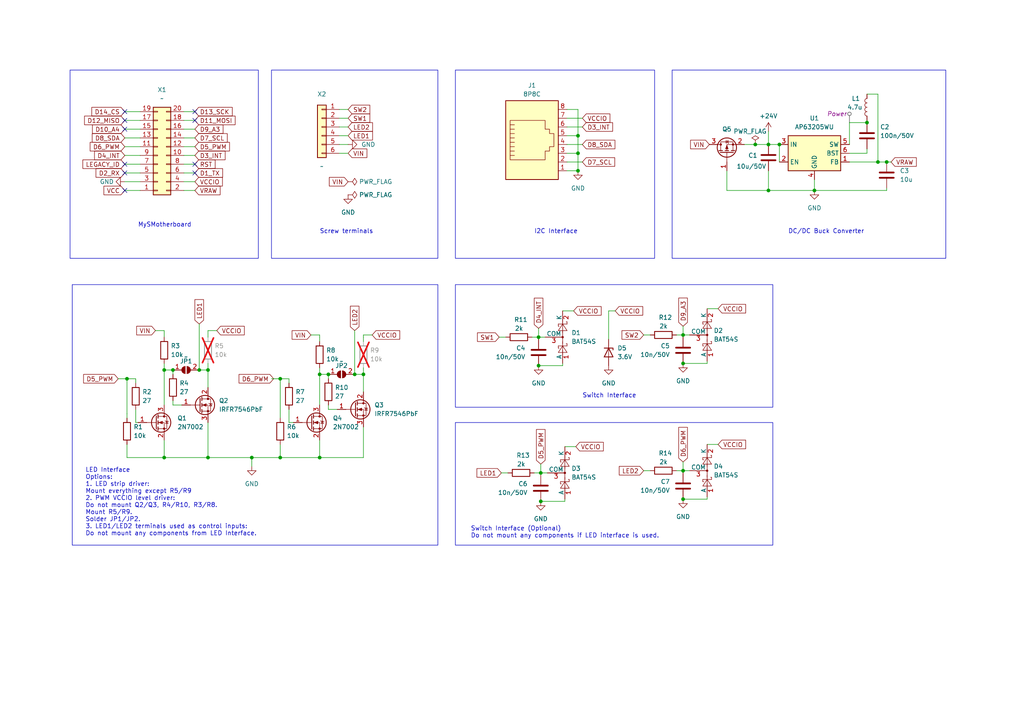
<source format=kicad_sch>
(kicad_sch (version 20230121) (generator eeschema)
  (paper "A4")
  (title_block (title "MySXActuator") (date "2024-09-18") (rev "2.4") (company "Marek Czerski"))
  (lib_symbols
    (symbol "Connector:8P8C" (pin_names (offset 1.016))
      (property "Reference" "J" (at -5.08 13.97 0))
      (property "Value" "8P8C" (at 2.54 13.97 0))
      (symbol "8P8C_0_1"
        (polyline (pts (xy -5.08 4.445) (xy -6.35 4.445)))
        (polyline (pts (xy -5.08 5.715) (xy -6.35 5.715)))
        (polyline (pts (xy -6.35 -3.175) (xy -5.08 -3.175) (xy -5.08 -3.175)))
        (polyline (pts (xy -6.35 -1.905) (xy -5.08 -1.905) (xy -5.08 -1.905)))
        (polyline (pts (xy -6.35 -0.635) (xy -5.08 -0.635) (xy -5.08 -0.635)))
        (polyline (pts (xy -6.35 0.635) (xy -5.08 0.635) (xy -5.08 0.635)))
        (polyline (pts (xy -6.35 1.905) (xy -5.08 1.905) (xy -5.08 1.905)))
        (polyline (pts (xy -5.08 3.175) (xy -6.35 3.175) (xy -6.35 3.175)))
        (polyline (pts (xy -6.35 -4.445) (xy -6.35 6.985) (xy 3.81 6.985) (xy 3.81 4.445) (xy 5.08 4.445) (xy 5.08 3.175) (xy 6.35 3.175) (xy 6.35 -0.635) (xy 5.08 -0.635) (xy 5.08 -1.905) (xy 3.81 -1.905) (xy 3.81 -4.445) (xy -6.35 -4.445) (xy -6.35 -4.445)))
        (rectangle (start 7.62 12.7) (end -7.62 -10.16) (stroke (width 0.254)) (fill (type background)))
      )
      (symbol "8P8C_1_1"
        (pin passive line (at 10.16 -7.62 180) (length 2.54) (name "~") (number "1"))
        (pin passive line (at 10.16 -5.08 180) (length 2.54) (name "~") (number "2"))
        (pin passive line (at 10.16 -2.54 180) (length 2.54) (name "~") (number "3"))
        (pin passive line (at 10.16 0 180) (length 2.54) (name "~") (number "4"))
        (pin passive line (at 10.16 2.54 180) (length 2.54) (name "~") (number "5"))
        (pin passive line (at 10.16 5.08 180) (length 2.54) (name "~") (number "6"))
        (pin passive line (at 10.16 7.62 180) (length 2.54) (name "~") (number "7"))
        (pin passive line (at 10.16 10.16 180) (length 2.54) (name "~") (number "8"))
      )
    )
    (symbol "Connector_Generic:Conn_01x06" (pin_names (offset 1.016) hide)
      (property "Reference" "J" (at 0 7.62 0))
      (property "Value" "Conn_01x06" (at 0 -10.16 0))
      (symbol "Conn_01x06_1_1"
        (rectangle (start -1.27 -7.493) (end 0 -7.747) (stroke (width 0.1524)))
        (rectangle (start -1.27 -4.953) (end 0 -5.207) (stroke (width 0.1524)))
        (rectangle (start -1.27 -2.413) (end 0 -2.667) (stroke (width 0.1524)))
        (rectangle (start -1.27 0.127) (end 0 -0.127) (stroke (width 0.1524)))
        (rectangle (start -1.27 2.667) (end 0 2.413) (stroke (width 0.1524)))
        (rectangle (start -1.27 5.207) (end 0 4.953) (stroke (width 0.1524)))
        (rectangle (start -1.27 6.35) (end 1.27 -8.89) (stroke (width 0.254)) (fill (type background)))
        (pin passive line (at -5.08 5.08 0) (length 3.81) (name "Pin_1") (number "1"))
        (pin passive line (at -5.08 2.54 0) (length 3.81) (name "Pin_2") (number "2"))
        (pin passive line (at -5.08 0 0) (length 3.81) (name "Pin_3") (number "3"))
        (pin passive line (at -5.08 -2.54 0) (length 3.81) (name "Pin_4") (number "4"))
        (pin passive line (at -5.08 -5.08 0) (length 3.81) (name "Pin_5") (number "5"))
        (pin passive line (at -5.08 -7.62 0) (length 3.81) (name "Pin_6") (number "6"))
      )
    )
    (symbol "Connector_Generic:Conn_02x10_Odd_Even" (pin_names (offset 1.016) hide)
      (property "Reference" "J" (at 1.27 12.7 0))
      (property "Value" "Conn_02x10_Odd_Even" (at 1.27 -15.24 0))
      (symbol "Conn_02x10_Odd_Even_1_1"
        (rectangle (start -1.27 -12.573) (end 0 -12.827) (stroke (width 0.1524)))
        (rectangle (start -1.27 -10.033) (end 0 -10.287) (stroke (width 0.1524)))
        (rectangle (start -1.27 -7.493) (end 0 -7.747) (stroke (width 0.1524)))
        (rectangle (start -1.27 -4.953) (end 0 -5.207) (stroke (width 0.1524)))
        (rectangle (start -1.27 -2.413) (end 0 -2.667) (stroke (width 0.1524)))
        (rectangle (start -1.27 0.127) (end 0 -0.127) (stroke (width 0.1524)))
        (rectangle (start -1.27 2.667) (end 0 2.413) (stroke (width 0.1524)))
        (rectangle (start -1.27 5.207) (end 0 4.953) (stroke (width 0.1524)))
        (rectangle (start -1.27 7.747) (end 0 7.493) (stroke (width 0.1524)))
        (rectangle (start -1.27 10.287) (end 0 10.033) (stroke (width 0.1524)))
        (rectangle (start -1.27 11.43) (end 3.81 -13.97) (stroke (width 0.254)) (fill (type background)))
        (rectangle (start 3.81 -12.573) (end 2.54 -12.827) (stroke (width 0.1524)))
        (rectangle (start 3.81 -10.033) (end 2.54 -10.287) (stroke (width 0.1524)))
        (rectangle (start 3.81 -7.493) (end 2.54 -7.747) (stroke (width 0.1524)))
        (rectangle (start 3.81 -4.953) (end 2.54 -5.207) (stroke (width 0.1524)))
        (rectangle (start 3.81 -2.413) (end 2.54 -2.667) (stroke (width 0.1524)))
        (rectangle (start 3.81 0.127) (end 2.54 -0.127) (stroke (width 0.1524)))
        (rectangle (start 3.81 2.667) (end 2.54 2.413) (stroke (width 0.1524)))
        (rectangle (start 3.81 5.207) (end 2.54 4.953) (stroke (width 0.1524)))
        (rectangle (start 3.81 7.747) (end 2.54 7.493) (stroke (width 0.1524)))
        (rectangle (start 3.81 10.287) (end 2.54 10.033) (stroke (width 0.1524)))
        (pin passive line (at -5.08 10.16 0) (length 3.81) (name "Pin_1") (number "1"))
        (pin passive line (at 7.62 0 180) (length 3.81) (name "Pin_10") (number "10"))
        (pin passive line (at -5.08 -2.54 0) (length 3.81) (name "Pin_11") (number "11"))
        (pin passive line (at 7.62 -2.54 180) (length 3.81) (name "Pin_12") (number "12"))
        (pin passive line (at -5.08 -5.08 0) (length 3.81) (name "Pin_13") (number "13"))
        (pin passive line (at 7.62 -5.08 180) (length 3.81) (name "Pin_14") (number "14"))
        (pin passive line (at -5.08 -7.62 0) (length 3.81) (name "Pin_15") (number "15"))
        (pin passive line (at 7.62 -7.62 180) (length 3.81) (name "Pin_16") (number "16"))
        (pin passive line (at -5.08 -10.16 0) (length 3.81) (name "Pin_17") (number "17"))
        (pin passive line (at 7.62 -10.16 180) (length 3.81) (name "Pin_18") (number "18"))
        (pin passive line (at -5.08 -12.7 0) (length 3.81) (name "Pin_19") (number "19"))
        (pin passive line (at 7.62 10.16 180) (length 3.81) (name "Pin_2") (number "2"))
        (pin passive line (at 7.62 -12.7 180) (length 3.81) (name "Pin_20") (number "20"))
        (pin passive line (at -5.08 7.62 0) (length 3.81) (name "Pin_3") (number "3"))
        (pin passive line (at 7.62 7.62 180) (length 3.81) (name "Pin_4") (number "4"))
        (pin passive line (at -5.08 5.08 0) (length 3.81) (name "Pin_5") (number "5"))
        (pin passive line (at 7.62 5.08 180) (length 3.81) (name "Pin_6") (number "6"))
        (pin passive line (at -5.08 2.54 0) (length 3.81) (name "Pin_7") (number "7"))
        (pin passive line (at 7.62 2.54 180) (length 3.81) (name "Pin_8") (number "8"))
        (pin passive line (at -5.08 0 0) (length 3.81) (name "Pin_9") (number "9"))
      )
    )
    (symbol "Device:C" (pin_numbers hide) (pin_names (offset 0.254))
      (property "Reference" "C" (at 0.635 2.54 0))
      (property "Value" "C" (at 0.635 -2.54 0))
      (symbol "C_0_1"
        (polyline (pts (xy -2.032 -0.762) (xy 2.032 -0.762)) (stroke (width 0.508)))
        (polyline (pts (xy -2.032 0.762) (xy 2.032 0.762)) (stroke (width 0.508)))
      )
      (symbol "C_1_1"
        (pin passive line (at 0 3.81 270) (length 2.794) (name "~") (number "1"))
        (pin passive line (at 0 -3.81 90) (length 2.794) (name "~") (number "2"))
      )
    )
    (symbol "Device:D_Zener" (pin_numbers hide) (pin_names (offset 1.016) hide)
      (property "Reference" "D" (at 0 2.54 0))
      (property "Value" "D_Zener" (at 0 -2.54 0))
      (symbol "D_Zener_0_1"
        (polyline (pts (xy 1.27 0) (xy -1.27 0)))
        (polyline (pts (xy -1.27 -1.27) (xy -1.27 1.27) (xy -0.762 1.27)) (stroke (width 0.254)))
        (polyline (pts (xy 1.27 -1.27) (xy 1.27 1.27) (xy -1.27 0) (xy 1.27 -1.27)) (stroke (width 0.254)))
      )
      (symbol "D_Zener_1_1"
        (pin passive line (at -3.81 0 0) (length 2.54) (name "K") (number "1"))
        (pin passive line (at 3.81 0 180) (length 2.54) (name "A") (number "2"))
      )
    )
    (symbol "Device:L" (pin_numbers hide) (pin_names (offset 1.016) hide)
      (property "Reference" "L" (at -1.27 0 90))
      (property "Value" "L" (at 1.905 0 90))
      (symbol "L_0_1"
        (arc (start 0 -2.54) (mid 0.6323 -1.905) (end 0 -1.27))
        (arc (start 0 -1.27) (mid 0.6323 -0.635) (end 0 0))
        (arc (start 0 0) (mid 0.6323 0.635) (end 0 1.27))
        (arc (start 0 1.27) (mid 0.6323 1.905) (end 0 2.54))
      )
      (symbol "L_1_1"
        (pin passive line (at 0 3.81 270) (length 1.27) (name "1") (number "1"))
        (pin passive line (at 0 -3.81 90) (length 1.27) (name "2") (number "2"))
      )
    )
    (symbol "Device:Q_PMOS_GSD" (pin_names (offset 0) hide)
      (property "Reference" "Q" (at 5.08 1.27 0))
      (property "Value" "Q_PMOS_GSD" (at 5.08 -1.27 0))
      (symbol "Q_PMOS_GSD_0_1"
        (polyline (pts (xy 0.254 0) (xy -2.54 0)))
        (polyline (pts (xy 0.254 1.905) (xy 0.254 -1.905)) (stroke (width 0.254)))
        (polyline (pts (xy 0.762 -1.27) (xy 0.762 -2.286)) (stroke (width 0.254)))
        (polyline (pts (xy 0.762 0.508) (xy 0.762 -0.508)) (stroke (width 0.254)))
        (polyline (pts (xy 0.762 2.286) (xy 0.762 1.27)) (stroke (width 0.254)))
        (polyline (pts (xy 2.54 2.54) (xy 2.54 1.778)))
        (polyline (pts (xy 2.54 -2.54) (xy 2.54 0) (xy 0.762 0)))
        (polyline (pts (xy 0.762 1.778) (xy 3.302 1.778) (xy 3.302 -1.778) (xy 0.762 -1.778)))
        (polyline (pts (xy 2.286 0) (xy 1.27 0.381) (xy 1.27 -0.381) (xy 2.286 0)) (fill (type outline)))
        (polyline (pts (xy 2.794 -0.508) (xy 2.921 -0.381) (xy 3.683 -0.381) (xy 3.81 -0.254)))
        (polyline (pts (xy 3.302 -0.381) (xy 2.921 0.254) (xy 3.683 0.254) (xy 3.302 -0.381)))
        (circle (center 1.651 0) (radius 2.794) (stroke (width 0.254)))
        (circle (center 2.54 -1.778) (radius 0.254) (fill (type outline)))
        (circle (center 2.54 1.778) (radius 0.254) (fill (type outline)))
      )
      (symbol "Q_PMOS_GSD_1_1"
        (pin input line (at -5.08 0 0) (length 2.54) (name "G") (number "1"))
        (pin passive line (at 2.54 -5.08 90) (length 2.54) (name "S") (number "2"))
        (pin passive line (at 2.54 5.08 270) (length 2.54) (name "D") (number "3"))
      )
    )
    (symbol "Device:R" (pin_numbers hide) (pin_names (offset 0))
      (property "Reference" "R" (at 2.032 0 90))
      (property "Value" "R" (at 0 0 90))
      (symbol "R_0_1"
        (rectangle (start -1.016 -2.54) (end 1.016 2.54) (stroke (width 0.254)))
      )
      (symbol "R_1_1"
        (pin passive line (at 0 3.81 270) (length 1.27) (name "~") (number "1"))
        (pin passive line (at 0 -3.81 90) (length 1.27) (name "~") (number "2"))
      )
    )
    (symbol "Diode:BAT54S" (pin_names (offset 0))
      (property "Reference" "D" (at 2.54 -5.08 0))
      (property "Value" "BAT54S" (at -6.35 3.175 0))
      (symbol "BAT54S_0_1"
        (polyline (pts (xy -3.81 0) (xy -1.27 0)))
        (polyline (pts (xy -3.175 -1.27) (xy -3.175 -1.016)))
        (polyline (pts (xy -2.54 -1.27) (xy -3.175 -1.27)))
        (polyline (pts (xy -2.54 -1.27) (xy -2.54 1.27)))
        (polyline (pts (xy -2.54 1.27) (xy -1.905 1.27)))
        (polyline (pts (xy -1.905 0) (xy 1.905 0)))
        (polyline (pts (xy -1.905 1.27) (xy -1.905 1.016)))
        (polyline (pts (xy 1.27 0) (xy 3.81 0)))
        (polyline (pts (xy 3.175 -1.27) (xy 3.175 -1.016)))
        (polyline (pts (xy 3.81 -1.27) (xy 3.175 -1.27)))
        (polyline (pts (xy 3.81 -1.27) (xy 3.81 1.27)))
        (polyline (pts (xy 3.81 1.27) (xy 4.445 1.27)))
        (polyline (pts (xy 4.445 1.27) (xy 4.445 1.016)))
        (polyline (pts (xy -4.445 1.27) (xy -4.445 -1.27) (xy -2.54 0) (xy -4.445 1.27)))
        (polyline (pts (xy 1.905 1.27) (xy 1.905 -1.27) (xy 3.81 0) (xy 1.905 1.27)))
        (circle (center 0 0) (radius 0.254) (fill (type outline)))
      )
      (symbol "BAT54S_1_1"
        (pin passive line (at -7.62 0 0) (length 3.81) (name "A") (number "1"))
        (pin passive line (at 7.62 0 180) (length 3.81) (name "K") (number "2"))
        (pin passive line (at 0 -5.08 90) (length 5.08) (name "COM") (number "3"))
      )
    )
    (symbol "Jumper:SolderJumper_2_Open" (pin_names (offset 0) hide)
      (property "Reference" "JP" (at 0 2.032 0))
      (property "Value" "SolderJumper_2_Open" (at 0 -2.54 0))
      (symbol "SolderJumper_2_Open_0_1"
        (arc (start -0.254 1.016) (mid -1.2656 0) (end -0.254 -1.016))
        (arc (start -0.254 1.016) (mid -1.2656 0) (end -0.254 -1.016) (fill (type outline)))
        (polyline (pts (xy -0.254 1.016) (xy -0.254 -1.016)))
        (polyline (pts (xy 0.254 1.016) (xy 0.254 -1.016)))
        (arc (start 0.254 -1.016) (mid 1.2656 0) (end 0.254 1.016))
        (arc (start 0.254 -1.016) (mid 1.2656 0) (end 0.254 1.016) (fill (type outline)))
      )
      (symbol "SolderJumper_2_Open_1_1"
        (pin passive line (at -3.81 0 0) (length 2.54) (name "A") (number "1"))
        (pin passive line (at 3.81 0 180) (length 2.54) (name "B") (number "2"))
      )
    )
    (symbol "Regulator_Switching:AP63205WU"
      (property "Reference" "U" (at -7.62 6.35 0))
      (property "Value" "AP63205WU" (at 2.54 6.35 0))
      (symbol "AP63205WU_0_1"
        (rectangle (start -7.62 5.08) (end 7.62 -5.08) (stroke (width 0.254)) (fill (type background)))
      )
      (symbol "AP63205WU_1_1"
        (pin input line (at 10.16 -2.54 180) (length 2.54) (name "FB") (number "1"))
        (pin input line (at -10.16 -2.54 0) (length 2.54) (name "EN") (number "2"))
        (pin power_in line (at -10.16 2.54 0) (length 2.54) (name "IN") (number "3"))
        (pin power_in line (at 0 -7.62 90) (length 2.54) (name "GND") (number "4"))
        (pin output line (at 10.16 2.54 180) (length 2.54) (name "SW") (number "5"))
        (pin passive line (at 10.16 0 180) (length 2.54) (name "BST") (number "6"))
      )
    )
    (symbol "Transistor_FET:2N7002" (pin_names hide)
      (property "Reference" "Q" (at 5.08 1.905 0))
      (property "Value" "2N7002" (at 5.08 0 0))
      (symbol "2N7002_0_1"
        (polyline (pts (xy 0.254 0) (xy -2.54 0)))
        (polyline (pts (xy 0.254 1.905) (xy 0.254 -1.905)) (stroke (width 0.254)))
        (polyline (pts (xy 0.762 -1.27) (xy 0.762 -2.286)) (stroke (width 0.254)))
        (polyline (pts (xy 0.762 0.508) (xy 0.762 -0.508)) (stroke (width 0.254)))
        (polyline (pts (xy 0.762 2.286) (xy 0.762 1.27)) (stroke (width 0.254)))
        (polyline (pts (xy 2.54 2.54) (xy 2.54 1.778)))
        (polyline (pts (xy 2.54 -2.54) (xy 2.54 0) (xy 0.762 0)))
        (polyline (pts (xy 0.762 -1.778) (xy 3.302 -1.778) (xy 3.302 1.778) (xy 0.762 1.778)))
        (polyline (pts (xy 1.016 0) (xy 2.032 0.381) (xy 2.032 -0.381) (xy 1.016 0)) (fill (type outline)))
        (polyline (pts (xy 2.794 0.508) (xy 2.921 0.381) (xy 3.683 0.381) (xy 3.81 0.254)))
        (polyline (pts (xy 3.302 0.381) (xy 2.921 -0.254) (xy 3.683 -0.254) (xy 3.302 0.381)))
        (circle (center 1.651 0) (radius 2.794) (stroke (width 0.254)))
        (circle (center 2.54 -1.778) (radius 0.254) (fill (type outline)))
        (circle (center 2.54 1.778) (radius 0.254) (fill (type outline)))
      )
      (symbol "2N7002_1_1"
        (pin input line (at -5.08 0 0) (length 2.54) (name "G") (number "1"))
        (pin passive line (at 2.54 -5.08 90) (length 2.54) (name "S") (number "2"))
        (pin passive line (at 2.54 5.08 270) (length 2.54) (name "D") (number "3"))
      )
    )
    (symbol "Transistor_FET:IRF540N" (pin_names hide)
      (property "Reference" "Q" (at 5.08 1.905 0))
      (property "Value" "IRF540N" (at 5.08 0 0))
      (symbol "IRF540N_0_1"
        (polyline (pts (xy 0.254 0) (xy -2.54 0)))
        (polyline (pts (xy 0.254 1.905) (xy 0.254 -1.905)) (stroke (width 0.254)))
        (polyline (pts (xy 0.762 -1.27) (xy 0.762 -2.286)) (stroke (width 0.254)))
        (polyline (pts (xy 0.762 0.508) (xy 0.762 -0.508)) (stroke (width 0.254)))
        (polyline (pts (xy 0.762 2.286) (xy 0.762 1.27)) (stroke (width 0.254)))
        (polyline (pts (xy 2.54 2.54) (xy 2.54 1.778)))
        (polyline (pts (xy 2.54 -2.54) (xy 2.54 0) (xy 0.762 0)))
        (polyline (pts (xy 0.762 -1.778) (xy 3.302 -1.778) (xy 3.302 1.778) (xy 0.762 1.778)))
        (polyline (pts (xy 1.016 0) (xy 2.032 0.381) (xy 2.032 -0.381) (xy 1.016 0)) (fill (type outline)))
        (polyline (pts (xy 2.794 0.508) (xy 2.921 0.381) (xy 3.683 0.381) (xy 3.81 0.254)))
        (polyline (pts (xy 3.302 0.381) (xy 2.921 -0.254) (xy 3.683 -0.254) (xy 3.302 0.381)))
        (circle (center 1.651 0) (radius 2.794) (stroke (width 0.254)))
        (circle (center 2.54 -1.778) (radius 0.254) (fill (type outline)))
        (circle (center 2.54 1.778) (radius 0.254) (fill (type outline)))
      )
      (symbol "IRF540N_1_1"
        (pin input line (at -5.08 0 0) (length 2.54) (name "G") (number "1"))
        (pin passive line (at 2.54 5.08 270) (length 2.54) (name "D") (number "2"))
        (pin passive line (at 2.54 -5.08 90) (length 2.54) (name "S") (number "3"))
      )
    )
    (symbol "power:+24V" (power) (pin_names (offset 0))
      (property "Value" "+24V" (at 0 3.556 0))
      (symbol "+24V_0_1"
        (polyline (pts (xy -0.762 1.27) (xy 0 2.54)))
        (polyline (pts (xy 0 0) (xy 0 2.54)))
        (polyline (pts (xy 0 2.54) (xy 0.762 1.27)))
      )
      (symbol "+24V_1_1"
        (pin power_in line (at 0 0 90) (length 0) hide (name "+24V") (number "1"))
      )
    )
    (symbol "power:GND" (power) (pin_names (offset 0))
      (property "Value" "GND" (at 0 -3.81 0))
      (symbol "GND_0_1"
        (polyline (pts (xy 0 0) (xy 0 -1.27) (xy 1.27 -1.27) (xy 0 -2.54) (xy -1.27 -1.27) (xy 0 -1.27)))
      )
      (symbol "GND_1_1"
        (pin power_in line (at 0 0 270) (length 0) hide (name "GND") (number "1"))
      )
    )
    (symbol "power:PWR_FLAG" (power) (pin_numbers hide) (pin_names (offset 0) hide)
      (property "Value" "PWR_FLAG" (at 0 3.81 0))
      (symbol "PWR_FLAG_0_0"
        (pin power_out line (at 0 0 90) (length 0) (name "pwr") (number "1"))
      )
      (symbol "PWR_FLAG_0_1"
        (polyline (pts (xy 0 0) (xy 0 1.27) (xy -1.016 1.905) (xy 0 2.54) (xy 1.016 1.905) (xy 0 1.27)))
      )
    )
  )
  (junction (at 156.21 106.045))
  (junction (at 167.64 39.37))
  (junction (at 257.175 46.99))
  (junction (at 156.845 145.415))
  (junction (at 102.87 108.585))
  (junction (at 105.41 108.585))
  (junction (at 219.075 41.91))
  (junction (at 95.25 108.585))
  (junction (at 92.71 132.715))
  (junction (at 254.635 46.99))
  (junction (at 198.12 144.78))
  (junction (at 156.845 137.16))
  (junction (at 92.71 108.585))
  (junction (at 167.64 44.45))
  (junction (at 47.625 132.715))
  (junction (at 198.12 97.155))
  (junction (at 226.06 41.91))
  (junction (at 47.625 107.315))
  (junction (at 198.12 105.41))
  (junction (at 73.025 132.715))
  (junction (at 156.21 97.79))
  (junction (at 81.28 132.715))
  (junction (at 57.785 107.315))
  (junction (at 50.165 107.315))
  (junction (at 167.64 49.53))
  (junction (at 222.885 41.91))
  (junction (at 81.28 109.855))
  (junction (at 198.12 136.525))
  (junction (at 60.325 132.715))
  (junction (at 251.46 35.56))
  (junction (at 222.885 55.245))
  (junction (at 36.83 109.855))
  (junction (at 60.325 107.315))
  (junction (at 236.22 55.245))
  (no_connect (at 36.195 32.385))
  (no_connect (at 36.195 34.925))
  (no_connect (at 36.195 47.625))
  (no_connect (at 36.195 55.245))
  (no_connect (at 56.515 32.385))
  (no_connect (at 36.195 50.165))
  (no_connect (at 56.515 34.925))
  (no_connect (at 36.195 37.465))
  (no_connect (at 56.515 50.165))
  (no_connect (at 56.515 47.625))
  (wire (pts (xy 198.12 136.525) (xy 200.025 136.525)))
  (wire (pts (xy 164.465 39.37) (xy 167.64 39.37)))
  (wire (pts (xy 254.635 27.305) (xy 251.46 27.305)))
  (wire (pts (xy 47.625 109.855) (xy 47.625 107.315)) (stroke (width 0.1524)))
  (wire (pts (xy 210.82 49.53) (xy 210.82 55.245)))
  (wire (pts (xy 186.69 136.525) (xy 188.595 136.525)))
  (wire (pts (xy 73.025 132.715) (xy 81.28 132.715)) (stroke (width 0.1524)))
  (wire (pts (xy 53.34 52.705) (xy 56.515 52.705)) (stroke (width 0.1524)))
  (wire (pts (xy 105.41 97.155) (xy 105.41 97.79)) (stroke (width 0.1524)))
  (wire (pts (xy 156.845 145.415) (xy 163.83 145.415)))
  (wire (pts (xy 81.28 109.855) (xy 81.28 120.015)) (stroke (width 0.1524)))
  (wire (pts (xy 36.83 109.855) (xy 34.29 109.855)) (stroke (width 0.1524)))
  (wire (pts (xy 40.64 42.545) (xy 36.195 42.545)) (stroke (width 0.1524)))
  (wire (pts (xy 92.71 97.155) (xy 90.17 97.155)) (stroke (width 0.1524)))
  (wire (pts (xy 92.71 97.155) (xy 92.71 97.79)) (stroke (width 0.1524)))
  (wire (pts (xy 81.28 120.015) (xy 81.28 121.285)))
  (wire (pts (xy 40.64 55.245) (xy 36.195 55.245)) (stroke (width 0.1524)))
  (wire (pts (xy 98.425 39.37) (xy 100.965 39.37)) (stroke (width 0.1524)))
  (wire (pts (xy 198.12 144.78) (xy 205.105 144.78)))
  (wire (pts (xy 39.37 109.855) (xy 36.83 109.855)) (stroke (width 0.1524)))
  (wire (pts (xy 60.325 122.555) (xy 60.325 132.715)) (stroke (width 0.1524)))
  (wire (pts (xy 47.625 95.885) (xy 45.085 95.885)) (stroke (width 0.1524)))
  (wire (pts (xy 257.175 46.99) (xy 258.445 46.99)))
  (wire (pts (xy 98.425 36.83) (xy 100.965 36.83)) (stroke (width 0.1524)))
  (wire (pts (xy 176.53 90.17) (xy 176.53 98.425)))
  (wire (pts (xy 208.28 128.905) (xy 205.105 128.905)))
  (wire (pts (xy 40.64 45.085) (xy 36.195 45.085)) (stroke (width 0.1524)))
  (wire (pts (xy 47.625 107.315) (xy 50.165 107.315)) (stroke (width 0.1524)))
  (wire (pts (xy 154.305 97.79) (xy 156.21 97.79)))
  (wire (pts (xy 98.425 44.45) (xy 100.965 44.45)) (stroke (width 0.1524)))
  (wire (pts (xy 83.82 109.855) (xy 83.82 111.125)))
  (wire (pts (xy 167.005 129.54) (xy 163.83 129.54)))
  (wire (pts (xy 39.37 109.855) (xy 39.37 111.125)))
  (wire (pts (xy 164.465 36.83) (xy 168.91 36.83)))
  (wire (pts (xy 47.625 95.885) (xy 47.625 96.52)) (stroke (width 0.1524)))
  (wire (pts (xy 53.34 42.545) (xy 56.515 42.545)) (stroke (width 0.1524)))
  (wire (pts (xy 40.64 37.465) (xy 36.195 37.465)) (stroke (width 0.1524)))
  (wire (pts (xy 164.465 31.75) (xy 167.64 31.75)))
  (wire (pts (xy 60.325 95.885) (xy 60.325 97.79)) (stroke (width 0.1524)))
  (wire (pts (xy 178.435 90.17) (xy 176.53 90.17)))
  (wire (pts (xy 196.215 97.155) (xy 198.12 97.155)))
  (wire (pts (xy 95.25 117.475) (xy 95.25 118.745)) (stroke (width 0.1524)))
  (wire (pts (xy 60.325 107.315) (xy 60.325 112.395)) (stroke (width 0.1524)))
  (wire (pts (xy 95.25 118.745) (xy 97.79 118.745)) (stroke (width 0.1524)))
  (wire (pts (xy 105.41 108.585) (xy 105.41 113.665)) (stroke (width 0.1524)))
  (wire (pts (xy 154.94 137.16) (xy 156.845 137.16)))
  (wire (pts (xy 163.195 106.045) (xy 163.195 105.41)))
  (wire (pts (xy 215.9 41.91) (xy 219.075 41.91)))
  (wire (pts (xy 156.21 95.25) (xy 156.21 97.79)))
  (wire (pts (xy 205.105 144.78) (xy 205.105 144.145)))
  (wire (pts (xy 36.83 128.905) (xy 36.83 132.715)) (stroke (width 0.1524)))
  (wire (pts (xy 246.38 35.56) (xy 246.38 41.91)))
  (wire (pts (xy 40.64 47.625) (xy 36.195 47.625)) (stroke (width 0.1524)))
  (wire (pts (xy 156.21 106.045) (xy 163.195 106.045)))
  (wire (pts (xy 198.12 94.615) (xy 198.12 97.155)))
  (wire (pts (xy 251.46 43.18) (xy 251.46 44.45)))
  (wire (pts (xy 105.41 123.825) (xy 105.41 132.715)) (stroke (width 0.1524)))
  (wire (pts (xy 53.34 50.165) (xy 56.515 50.165)) (stroke (width 0.1524)))
  (wire (pts (xy 222.885 41.91) (xy 222.885 38.1)))
  (wire (pts (xy 95.25 108.585) (xy 95.25 109.855)) (stroke (width 0.1524)))
  (wire (pts (xy 39.37 122.555) (xy 40.005 122.555)))
  (wire (pts (xy 100.965 34.29) (xy 98.425 34.29)))
  (wire (pts (xy 100.965 31.75) (xy 98.425 31.75)))
  (wire (pts (xy 254.635 27.305) (xy 254.635 46.99)))
  (wire (pts (xy 53.34 37.465) (xy 56.515 37.465)) (stroke (width 0.1524)))
  (wire (pts (xy 105.41 108.585) (xy 102.87 108.585)) (stroke (width 0.1524)))
  (wire (pts (xy 105.41 106.68) (xy 105.41 108.585)) (stroke (width 0.1524)))
  (wire (pts (xy 39.37 118.745) (xy 39.37 122.555)) (stroke (width 0.1524)))
  (wire (pts (xy 164.465 41.91) (xy 168.91 41.91)))
  (wire (pts (xy 219.075 41.91) (xy 222.885 41.91)))
  (wire (pts (xy 198.12 136.525) (xy 198.12 137.16)))
  (wire (pts (xy 105.41 132.715) (xy 92.71 132.715)) (stroke (width 0.1524)))
  (wire (pts (xy 53.34 40.005) (xy 56.515 40.005)) (stroke (width 0.1524)))
  (wire (pts (xy 246.38 44.45) (xy 251.46 44.45)))
  (wire (pts (xy 50.165 117.475) (xy 52.705 117.475)) (stroke (width 0.1524)))
  (wire (pts (xy 92.71 97.79) (xy 92.71 99.06)))
  (wire (pts (xy 226.06 41.91) (xy 226.06 46.99)))
  (wire (pts (xy 53.34 32.385) (xy 56.515 32.385)) (stroke (width 0.1524)))
  (wire (pts (xy 198.12 97.155) (xy 198.12 97.79)))
  (wire (pts (xy 156.845 134.62) (xy 156.845 137.16)))
  (wire (pts (xy 47.625 105.41) (xy 47.625 107.315)) (stroke (width 0.1524)))
  (wire (pts (xy 167.64 44.45) (xy 167.64 39.37)))
  (wire (pts (xy 167.64 49.53) (xy 167.64 44.45)))
  (wire (pts (xy 92.71 109.855) (xy 92.71 108.585)) (stroke (width 0.1524)))
  (wire (pts (xy 164.465 44.45) (xy 167.64 44.45)))
  (wire (pts (xy 251.46 34.925) (xy 251.46 35.56)))
  (wire (pts (xy 60.325 132.715) (xy 73.025 132.715)) (stroke (width 0.1524)))
  (wire (pts (xy 186.69 97.155) (xy 188.595 97.155)))
  (wire (pts (xy 73.025 132.715) (xy 73.025 135.255)) (stroke (width 0.1524)))
  (wire (pts (xy 60.325 107.315) (xy 57.785 107.315)) (stroke (width 0.1524)))
  (wire (pts (xy 83.82 122.555) (xy 85.09 122.555)))
  (wire (pts (xy 92.71 132.715) (xy 81.28 132.715)) (stroke (width 0.1524)))
  (wire (pts (xy 40.64 52.705) (xy 36.195 52.705)) (stroke (width 0.1524)))
  (wire (pts (xy 164.465 49.53) (xy 167.64 49.53)))
  (wire (pts (xy 156.21 97.79) (xy 158.115 97.79)))
  (wire (pts (xy 164.465 34.29) (xy 168.91 34.29)))
  (wire (pts (xy 60.325 107.315) (xy 60.325 105.41)) (stroke (width 0.1524)))
  (wire (pts (xy 222.885 41.91) (xy 226.06 41.91)))
  (wire (pts (xy 53.34 45.085) (xy 56.515 45.085)) (stroke (width 0.1524)))
  (wire (pts (xy 47.625 127.635) (xy 47.625 132.715)) (stroke (width 0.1524)))
  (wire (pts (xy 105.41 97.79) (xy 105.41 99.06)))
  (wire (pts (xy 222.885 55.245) (xy 236.22 55.245)))
  (wire (pts (xy 83.82 118.745) (xy 83.82 122.555)) (stroke (width 0.1524)))
  (wire (pts (xy 47.625 109.855) (xy 47.625 117.475)))
  (wire (pts (xy 196.215 136.525) (xy 198.12 136.525)))
  (wire (pts (xy 257.175 55.245) (xy 257.175 54.61)))
  (wire (pts (xy 198.12 133.985) (xy 198.12 136.525)))
  (wire (pts (xy 156.845 137.16) (xy 158.75 137.16)))
  (wire (pts (xy 36.83 109.855) (xy 36.83 120.015)) (stroke (width 0.1524)))
  (wire (pts (xy 40.64 32.385) (xy 36.195 32.385)) (stroke (width 0.1524)))
  (wire (pts (xy 81.28 128.905) (xy 81.28 132.715)) (stroke (width 0.1524)))
  (wire (pts (xy 222.885 49.53) (xy 222.885 55.245)))
  (wire (pts (xy 167.64 39.37) (xy 167.64 31.75)))
  (wire (pts (xy 246.38 46.99) (xy 254.635 46.99)))
  (wire (pts (xy 47.625 96.52) (xy 47.625 97.79)))
  (wire (pts (xy 145.415 137.16) (xy 147.32 137.16)))
  (wire (pts (xy 47.625 132.715) (xy 36.83 132.715)) (stroke (width 0.1524)))
  (wire (pts (xy 57.785 93.98) (xy 57.785 107.315)) (stroke (width 0.1524)))
  (wire (pts (xy 205.105 105.41) (xy 205.105 104.775)))
  (wire (pts (xy 36.83 120.015) (xy 36.83 121.285)))
  (wire (pts (xy 83.82 109.855) (xy 81.28 109.855)) (stroke (width 0.1524)))
  (wire (pts (xy 102.87 95.885) (xy 102.87 108.585)) (stroke (width 0.1524)))
  (wire (pts (xy 166.37 90.17) (xy 163.195 90.17)))
  (wire (pts (xy 53.34 55.245) (xy 56.515 55.245)) (stroke (width 0.1524)))
  (wire (pts (xy 156.845 137.16) (xy 156.845 137.795)))
  (wire (pts (xy 156.21 97.79) (xy 156.21 98.425)))
  (wire (pts (xy 198.12 97.155) (xy 200.025 97.155)))
  (wire (pts (xy 40.64 40.005) (xy 36.195 40.005)) (stroke (width 0.1524)))
  (wire (pts (xy 92.71 127.635) (xy 92.71 132.715)) (stroke (width 0.1524)))
  (wire (pts (xy 98.425 41.91) (xy 100.965 41.91)) (stroke (width 0.1524)))
  (wire (pts (xy 144.78 97.79) (xy 146.685 97.79)))
  (wire (pts (xy 254.635 46.99) (xy 257.175 46.99)))
  (wire (pts (xy 107.95 97.155) (xy 105.41 97.155)) (stroke (width 0.1524)))
  (wire (pts (xy 198.12 105.41) (xy 205.105 105.41)))
  (wire (pts (xy 40.64 34.925) (xy 36.195 34.925)) (stroke (width 0.1524)))
  (wire (pts (xy 246.38 35.56) (xy 251.46 35.56)))
  (wire (pts (xy 208.28 89.535) (xy 205.105 89.535)))
  (wire (pts (xy 236.22 52.07) (xy 236.22 55.245)))
  (wire (pts (xy 92.71 108.585) (xy 95.25 108.585)) (stroke (width 0.1524)))
  (wire (pts (xy 92.71 106.68) (xy 92.71 108.585)) (stroke (width 0.1524)))
  (wire (pts (xy 62.865 95.885) (xy 60.325 95.885)) (stroke (width 0.1524)))
  (wire (pts (xy 40.64 50.165) (xy 36.195 50.165)) (stroke (width 0.1524)))
  (wire (pts (xy 50.165 107.315) (xy 50.165 108.585)) (stroke (width 0.1524)))
  (wire (pts (xy 50.165 116.205) (xy 50.165 117.475)) (stroke (width 0.1524)))
  (wire (pts (xy 236.22 55.245) (xy 257.175 55.245)))
  (wire (pts (xy 81.28 109.855) (xy 78.74 109.855)) (stroke (width 0.1524)))
  (wire (pts (xy 164.465 46.99) (xy 168.91 46.99)))
  (wire (pts (xy 222.885 55.245) (xy 210.82 55.245)))
  (wire (pts (xy 53.34 34.925) (xy 56.515 34.925)) (stroke (width 0.1524)))
  (wire (pts (xy 60.325 132.715) (xy 47.625 132.715)) (stroke (width 0.1524)))
  (wire (pts (xy 92.71 109.855) (xy 92.71 117.475)))
  (wire (pts (xy 163.83 145.415) (xy 163.83 144.78)))
  (wire (pts (xy 53.34 47.625) (xy 56.515 47.625)) (stroke (width 0.1524)))
  (rectangle (start 132.08 82.55) (end 224.155 118.11))
  (rectangle (start 20.955 82.55) (end 127 158.115))
  (rectangle (start 132.08 122.555) (end 224.155 158.115))
  (rectangle (start 132.08 20.32) (end 189.865 74.93))
  (rectangle (start 194.945 20.32) (end 274.32 74.93))
  (rectangle (start 78.74 20.32) (end 127 74.93))
  (rectangle (start 20.32 20.32) (end 74.93 74.93))
  (text "I2C Interface" (at 154.94 67.945 0) (effects (font (size 1.27 1.27)) (justify left bottom)))
  (text "LED Interface\nOptions:\n1. LED strip driver:\nMount everything except R5/R9\n2. PWM VCCIO level driver:\nDo not mount Q2/Q3, R4/R10, R3/R8.\nMount R5/R9.\nSolder JP1/JP2.\n3. LED1/LED2 terminals used as control inputs:\nDo not mount any components from LED Interface." (at 24.765 155.575 0) (effects (font (size 1.27 1.27)) (justify left bottom)))
  (text "Switch Interface" (at 168.91 115.57 0) (effects (font (size 1.27 1.27)) (justify left bottom)))
  (text "Switch Interface (Optional)\nDo not mount any components if LED interface is used." (at 136.525 156.21 0) (effects (font (size 1.27 1.27)) (justify left bottom)))
  (text "DC/DC Buck Converter" (at 228.6 67.945 0) (effects (font (size 1.27 1.27)) (justify left bottom)))
  (text "Screw terminals" (at 92.71 67.945 0) (effects (font (size 1.27 1.27)) (justify left bottom)))
  (text "MySMotherboard" (at 40.005 66.04 0) (effects (font (size 1.27 1.27)) (justify left bottom)))
  (global_label "SW1" (shape input) (at 144.78 97.79 180) (property "Intersheetrefs" "${INTERSHEET_REFS}" (effects hide)))
  (global_label "VCCIO" (shape input) (at 208.28 128.905 0) (property "Intersheetrefs" "${INTERSHEET_REFS}" (effects hide)))
  (global_label "D11_MOSI" (shape input) (at 56.515 34.925 0) (property "Intersheetrefs" "${INTERSHEET_REFS}" (effects hide)))
  (global_label "D7_SCL" (shape input) (at 56.515 40.005 0) (property "Intersheetrefs" "${INTERSHEET_REFS}" (effects hide)))
  (global_label "VRAW" (shape input) (at 258.445 46.99 0) (property "Intersheetrefs" "${INTERSHEET_REFS}" (effects hide)))
  (global_label "D9_A3" (shape input) (at 198.12 94.615 90) (property "Intersheetrefs" "${INTERSHEET_REFS}" (effects hide)))
  (global_label "D5_PWM" (shape input) (at 56.515 42.545 0) (property "Intersheetrefs" "${INTERSHEET_REFS}" (effects hide)))
  (global_label "D2_RX" (shape input) (at 36.195 50.165 180) (property "Intersheetrefs" "${INTERSHEET_REFS}" (effects hide)))
  (global_label "D1_TX" (shape input) (at 56.515 50.165 0) (property "Intersheetrefs" "${INTERSHEET_REFS}" (effects hide)))
  (global_label "D4_INT" (shape input) (at 156.21 95.25 90) (property "Intersheetrefs" "${INTERSHEET_REFS}" (effects hide)))
  (global_label "VRAW" (shape input) (at 56.515 55.245 0) (property "Intersheetrefs" "${INTERSHEET_REFS}" (effects hide)))
  (global_label "VIN" (shape input) (at 205.74 41.91 180) (property "Intersheetrefs" "${INTERSHEET_REFS}" (effects hide)))
  (global_label "VCCIO" (shape input) (at 107.95 97.155 0) (property "Intersheetrefs" "${INTERSHEET_REFS}" (effects hide)))
  (global_label "VCCIO" (shape input) (at 167.005 129.54 0) (property "Intersheetrefs" "${INTERSHEET_REFS}" (effects hide)))
  (global_label "LED1" (shape input) (at 57.785 93.98 90) (property "Intersheetrefs" "${INTERSHEET_REFS}" (effects hide)))
  (global_label "SW2" (shape input) (at 186.69 97.155 180) (property "Intersheetrefs" "${INTERSHEET_REFS}" (effects hide)))
  (global_label "D3_INT" (shape input) (at 168.91 36.83 0) (property "Intersheetrefs" "${INTERSHEET_REFS}" (effects hide)))
  (global_label "D3_INT" (shape input) (at 56.515 45.085 0) (property "Intersheetrefs" "${INTERSHEET_REFS}" (effects hide)))
  (global_label "D4_INT" (shape input) (at 36.195 45.085 180) (property "Intersheetrefs" "${INTERSHEET_REFS}" (effects hide)))
  (global_label "D9_A3" (shape input) (at 56.515 37.465 0) (property "Intersheetrefs" "${INTERSHEET_REFS}" (effects hide)))
  (global_label "VCCIO" (shape input) (at 62.865 95.885 0) (property "Intersheetrefs" "${INTERSHEET_REFS}" (effects hide)))
  (global_label "D6_PWM" (shape input) (at 36.195 42.545 180) (property "Intersheetrefs" "${INTERSHEET_REFS}" (effects hide)))
  (global_label "LED2" (shape input) (at 186.69 136.525 180) (property "Intersheetrefs" "${INTERSHEET_REFS}" (effects hide)))
  (global_label "D8_SDA" (shape input) (at 168.91 41.91 0) (property "Intersheetrefs" "${INTERSHEET_REFS}" (effects hide)))
  (global_label "LED2" (shape input) (at 100.965 36.83 0) (property "Intersheetrefs" "${INTERSHEET_REFS}" (effects hide)))
  (global_label "VCCIO" (shape input) (at 56.515 52.705 0) (property "Intersheetrefs" "${INTERSHEET_REFS}" (effects hide)))
  (global_label "LED1" (shape input) (at 145.415 137.16 180) (property "Intersheetrefs" "${INTERSHEET_REFS}" (effects hide)))
  (global_label "VIN" (shape input) (at 90.17 97.155 180) (property "Intersheetrefs" "${INTERSHEET_REFS}" (effects hide)))
  (global_label "VCCIO" (shape input) (at 166.37 90.17 0) (property "Intersheetrefs" "${INTERSHEET_REFS}" (effects hide)))
  (global_label "SW1" (shape input) (at 100.965 34.29 0) (property "Intersheetrefs" "${INTERSHEET_REFS}" (effects hide)))
  (global_label "D12_MISO" (shape input) (at 36.195 34.925 180) (property "Intersheetrefs" "${INTERSHEET_REFS}" (effects hide)))
  (global_label "SW2" (shape input) (at 100.965 31.75 0) (property "Intersheetrefs" "${INTERSHEET_REFS}" (effects hide)))
  (global_label "VIN" (shape input) (at 100.965 44.45 0) (property "Intersheetrefs" "${INTERSHEET_REFS}" (effects hide)))
  (global_label "VCCIO" (shape input) (at 168.91 34.29 0) (property "Intersheetrefs" "${INTERSHEET_REFS}" (effects hide)))
  (global_label "LED2" (shape input) (at 102.87 95.885 90) (property "Intersheetrefs" "${INTERSHEET_REFS}" (effects hide)))
  (global_label "VCCIO" (shape input) (at 178.435 90.17 0) (property "Intersheetrefs" "${INTERSHEET_REFS}" (effects hide)))
  (global_label "D5_PWM" (shape input) (at 34.29 109.855 180) (property "Intersheetrefs" "${INTERSHEET_REFS}" (effects hide)))
  (global_label "VCC" (shape input) (at 36.195 55.245 180) (property "Intersheetrefs" "${INTERSHEET_REFS}" (effects hide)))
  (global_label "RST" (shape input) (at 56.515 47.625 0) (property "Intersheetrefs" "${INTERSHEET_REFS}" (effects hide)))
  (global_label "LEGACY_ID" (shape input) (at 36.195 47.625 180) (property "Intersheetrefs" "${INTERSHEET_REFS}" (effects hide)))
  (global_label "D10_A4" (shape input) (at 36.195 37.465 180) (property "Intersheetrefs" "${INTERSHEET_REFS}" (effects hide)))
  (global_label "LED1" (shape input) (at 100.965 39.37 0) (property "Intersheetrefs" "${INTERSHEET_REFS}" (effects hide)))
  (global_label "VIN" (shape input) (at 100.965 52.705 180) (property "Intersheetrefs" "${INTERSHEET_REFS}" (effects hide)))
  (global_label "D14_CS" (shape input) (at 36.195 32.385 180) (property "Intersheetrefs" "${INTERSHEET_REFS}" (effects hide)))
  (global_label "D13_SCK" (shape input) (at 56.515 32.385 0) (property "Intersheetrefs" "${INTERSHEET_REFS}" (effects hide)))
  (global_label "D7_SCL" (shape input) (at 168.91 46.99 0) (property "Intersheetrefs" "${INTERSHEET_REFS}" (effects hide)))
  (global_label "D6_PWM" (shape input) (at 198.12 133.985 90) (property "Intersheetrefs" "${INTERSHEET_REFS}" (effects hide)))
  (global_label "D5_PWM" (shape input) (at 156.845 134.62 90) (property "Intersheetrefs" "${INTERSHEET_REFS}" (effects hide)))
  (global_label "VIN" (shape input) (at 45.085 95.885 180) (property "Intersheetrefs" "${INTERSHEET_REFS}" (effects hide)))
  (global_label "D8_SDA" (shape input) (at 36.195 40.005 180) (property "Intersheetrefs" "${INTERSHEET_REFS}" (effects hide)))
  (global_label "D6_PWM" (shape input) (at 79.375 109.855 180) (property "Intersheetrefs" "${INTERSHEET_REFS}" (effects hide)))
  (global_label "VCCIO" (shape input) (at 208.28 89.535 0) (property "Intersheetrefs" "${INTERSHEET_REFS}" (effects hide)))
  (netclass_flag "" (length 2.54) (shape round) (at 246.38 35.56 0) (property "Netclass" "Power" (at 245.6815 33.02 0) (effects (font italic) (justify right))))
  (symbol (lib_id "power:GND") (at 100.965 41.91 90) (unit 1)
    (property "Reference" "#PWR02" (effects hide))
    (property "Value" "GND" (at 104.775 41.91 90) (effects (justify right)))
  )
  (symbol (lib_id "Device:C") (at 156.21 102.235 0) (mirror y) (unit 1)
    (property "Reference" "C4" (at 152.4 100.965 0) (effects (justify left)))
    (property "Value" "10n/50V" (at 152.4 103.505 0) (effects (justify left)))
    (property "Footprint" "Capacitor_SMD:C_0402_1005Metric" (effects hide))
  )
  (symbol (lib_id "Diode:BAT54S") (at 163.83 137.16 270) (mirror x) (unit 1)
    (property "Reference" "D3" (at 165.735 135.89 90) (effects (justify left)))
    (property "Value" "BAT54S" (at 165.735 138.43 90) (effects (justify left)))
    (property "Footprint" "Package_TO_SOT_SMD:SOT-23" (effects hide))
    (property "Datasheet" "https://www.diodes.com/assets/Datasheets/ds11005.pdf" (effects hide))
  )
  (symbol (lib_id "Device:R") (at 81.28 125.095 0) (unit 1)
    (property "Reference" "R6" (at 83.185 123.825 0) (effects (justify left)))
    (property "Value" "10k" (at 83.185 126.365 0) (effects (justify left)))
    (property "Footprint" "Resistor_SMD:R_0603_1608Metric" (effects hide))
  )
  (symbol (lib_id "Device:Q_PMOS_GSD") (at 210.82 44.45 90) (unit 1)
    (property "Reference" "Q5" (at 210.82 37.465 90))
    (property "Value" "~" (at 210.82 37.465 90))
    (property "Footprint" "Package_TO_SOT_SMD:SOT-23" (effects hide))
    (property "Datasheet" "https://www.mccsemi.com/pdf/products/BSS84A(SOT-23).pdf" (effects hide))
  )
  (symbol (lib_id "Device:R") (at 36.83 125.095 0) (unit 1)
    (property "Reference" "R1" (at 38.735 123.825 0) (effects (justify left)))
    (property "Value" "10k" (at 38.735 126.365 0) (effects (justify left)))
    (property "Footprint" "Resistor_SMD:R_0603_1608Metric" (effects hide))
  )
  (symbol (lib_id "Transistor_FET:2N7002") (at 45.085 122.555 0) (unit 1)
    (property "Reference" "Q1" (at 51.435 121.285 0) (effects (justify left)))
    (property "Value" "2N7002" (at 51.435 123.825 0) (effects (justify left)))
    (property "Footprint" "Package_TO_SOT_SMD:SOT-23" (effects hide))
    (property "Datasheet" "https://www.onsemi.com/pub/Collateral/NDS7002A-D.PDF" (effects hide))
  )
  (symbol (lib_id "power:PWR_FLAG") (at 100.965 56.515 270) (unit 1)
    (property "Reference" "#FLG02" (effects hide))
    (property "Value" "PWR_FLAG" (at 104.14 56.515 90) (effects (justify left)))
  )
  (symbol (lib_id "Device:R") (at 150.495 97.79 90) (unit 1)
    (property "Reference" "R11" (at 153.035 92.71 90) (effects (justify left)))
    (property "Value" "2k" (at 151.765 95.25 90) (effects (justify left)))
    (property "Footprint" "Resistor_SMD:R_0603_1608Metric" (effects hide))
  )
  (symbol (lib_id "power:PWR_FLAG") (at 100.965 52.705 270) (unit 1)
    (property "Reference" "#FLG01" (effects hide))
    (property "Value" "PWR_FLAG" (at 104.14 52.705 90) (effects (justify left)))
  )
  (symbol (lib_id "Device:R") (at 105.41 102.87 0) (unit 1) (dnp yes)
    (property "Reference" "R9" (at 107.315 101.6 0) (effects (justify left)))
    (property "Value" "10k" (at 107.315 104.14 0) (effects (justify left)))
    (property "Footprint" "Resistor_SMD:R_0603_1608Metric" (effects hide))
  )
  (symbol (lib_id "Device:C") (at 156.845 141.605 0) (mirror y) (unit 1)
    (property "Reference" "C6" (at 153.035 140.335 0) (effects (justify left)))
    (property "Value" "10n/50V" (at 153.035 142.875 0) (effects (justify left)))
    (property "Footprint" "Capacitor_SMD:C_0402_1005Metric" (effects hide))
  )
  (symbol (lib_id "Jumper:SolderJumper_2_Open") (at 99.06 108.585 0) (unit 1)
    (property "Reference" "JP2" (at 99.06 106.045 0))
    (property "Value" "~" (at 99.06 104.775 0))
    (property "Footprint" "Jumper:SolderJumper-2_P1.3mm_Open_RoundedPad1.0x1.5mm" (effects hide))
  )
  (symbol (lib_id "power:+24V") (at 222.885 38.1 0) (unit 1)
    (property "Reference" "#PWR01" (effects hide))
    (property "Value" "+24V" (at 222.885 33.655 0))
  )
  (symbol (lib_id "power:GND") (at 100.965 56.515 0) (unit 1)
    (property "Reference" "#PWR04" (effects hide))
    (property "Value" "GND" (at 100.965 61.595 0))
  )
  (symbol (lib_id "Device:R") (at 60.325 101.6 0) (unit 1) (dnp yes)
    (property "Reference" "R5" (at 62.23 100.33 0) (effects (justify left)))
    (property "Value" "10k" (at 62.23 102.87 0) (effects (justify left)))
    (property "Footprint" "Resistor_SMD:R_0603_1608Metric" (effects hide))
  )
  (symbol (lib_id "Device:C") (at 198.12 140.97 0) (mirror y) (unit 1)
    (property "Reference" "C7" (at 194.31 139.7 0) (effects (justify left)))
    (property "Value" "10n/50V" (at 194.31 142.24 0) (effects (justify left)))
    (property "Footprint" "Capacitor_SMD:C_0402_1005Metric" (effects hide))
  )
  (symbol (lib_id "Device:L") (at 251.46 31.115 180) (unit 1)
    (property "Reference" "L1" (at 247.015 28.575 0) (effects (justify right)))
    (property "Value" "4.7u" (at 245.745 31.115 0) (effects (justify right)))
    (property "Footprint" "Inductor_SMD:L_1210_3225Metric" (effects hide))
    (property "Datasheet" "https://search.murata.co.jp/Ceramy/image/img/P02/JELF243A-0061.pdf" (effects hide))
  )
  (symbol (lib_id "power:GND") (at 167.64 49.53 0) (unit 1)
    (property "Reference" "#PWR010" (effects hide))
    (property "Value" "GND" (at 167.64 54.61 0))
  )
  (symbol (lib_id "Device:R") (at 50.165 112.395 0) (unit 1)
    (property "Reference" "R4" (at 52.07 111.125 0) (effects (justify left)))
    (property "Value" "27" (at 52.07 113.665 0) (effects (justify left)))
    (property "Footprint" "Resistor_SMD:R_0603_1608Metric" (effects hide))
  )
  (symbol (lib_id "Diode:BAT54S") (at 205.105 136.525 270) (mirror x) (unit 1)
    (property "Reference" "D4" (at 207.01 135.255 90) (effects (justify left)))
    (property "Value" "BAT54S" (at 207.01 137.795 90) (effects (justify left)))
    (property "Footprint" "Package_TO_SOT_SMD:SOT-23" (effects hide))
    (property "Datasheet" "https://www.diodes.com/assets/Datasheets/ds11005.pdf" (effects hide))
  )
  (symbol (lib_id "Connector_Generic:Conn_02x10_Odd_Even") (at 45.72 45.085 0) (mirror x) (unit 1)
    (property "Reference" "X1" (at 46.99 26.035 0))
    (property "Value" "~" (at 46.99 28.575 0))
    (property "Footprint" "MySXActuator:FE10-2" (effects hide))
  )
  (symbol (lib_id "power:GND") (at 156.845 145.415 0) (unit 1)
    (property "Reference" "#PWR08" (effects hide))
    (property "Value" "GND" (at 156.845 150.495 0))
  )
  (symbol (lib_id "Transistor_FET:IRF540N") (at 57.785 117.475 0) (unit 1)
    (property "Reference" "Q2" (at 63.5 116.205 0) (effects (justify left)))
    (property "Value" "IRFR7546PbF" (at 63.5 118.745 0) (effects (justify left)))
    (property "Footprint" "Package_TO_SOT_SMD:TO-252-2" (effects hide))
    (property "Datasheet" "https://www.infineon.com/dgdl/Infineon-IRFR7546-DataSheet-v01_01-EN.pdf?fileId=5546d462533600a401535635b9b3211f" (effects hide))
  )
  (symbol (lib_id "Device:C") (at 251.46 39.37 0) (mirror x) (unit 1)
    (property "Reference" "C2" (at 255.27 36.83 0) (effects (justify left)))
    (property "Value" "100n/50V" (at 255.27 39.37 0) (effects (justify left)))
    (property "Footprint" "Capacitor_SMD:C_0402_1005Metric_Pad0.74x0.62mm_HandSolder" (effects hide))
  )
  (symbol (lib_id "Device:R") (at 151.13 137.16 90) (unit 1)
    (property "Reference" "R13" (at 153.67 132.08 90) (effects (justify left)))
    (property "Value" "2k" (at 152.4 134.62 90) (effects (justify left)))
    (property "Footprint" "Resistor_SMD:R_0603_1608Metric" (effects hide))
  )
  (symbol (lib_id "Device:C") (at 257.175 50.8 0) (unit 1)
    (property "Reference" "C3" (at 260.985 49.53 0) (effects (justify left)))
    (property "Value" "10u" (at 260.985 52.07 0) (effects (justify left)))
    (property "Footprint" "Capacitor_SMD:C_1206_3216Metric" (effects hide))
  )
  (symbol (lib_id "power:GND") (at 236.22 55.245 0) (unit 1)
    (property "Reference" "#PWR012" (effects hide))
    (property "Value" "GND" (at 236.22 60.325 0))
  )
  (symbol (lib_id "Transistor_FET:2N7002") (at 90.17 122.555 0) (unit 1)
    (property "Reference" "Q4" (at 96.52 121.285 0) (effects (justify left)))
    (property "Value" "2N7002" (at 96.52 123.825 0) (effects (justify left)))
    (property "Footprint" "Package_TO_SOT_SMD:SOT-23" (effects hide))
    (property "Datasheet" "https://www.onsemi.com/pub/Collateral/NDS7002A-D.PDF" (effects hide))
  )
  (symbol (lib_id "Connector_Generic:Conn_01x06") (at 93.345 36.83 0) (mirror y) (unit 1)
    (property "Reference" "X2" (at 93.345 27.305 0))
    (property "Value" "~" (at 93.345 48.26 0))
    (property "Footprint" "TerminalBlock_Phoenix:TerminalBlock_Phoenix_MKDS-1,5-6-5.08_1x06_P5.08mm_Horizontal" (effects hide))
  )
  (symbol (lib_id "Device:R") (at 95.25 113.665 0) (unit 1)
    (property "Reference" "R10" (at 97.155 112.395 0) (effects (justify left)))
    (property "Value" "27" (at 97.155 114.935 0) (effects (justify left)))
    (property "Footprint" "Resistor_SMD:R_0603_1608Metric" (effects hide))
  )
  (symbol (lib_id "Device:R") (at 192.405 136.525 90) (unit 1)
    (property "Reference" "R14" (at 194.945 131.445 90) (effects (justify left)))
    (property "Value" "2k" (at 193.675 133.985 90) (effects (justify left)))
    (property "Footprint" "Resistor_SMD:R_0603_1608Metric" (effects hide))
  )
  (symbol (lib_id "power:GND") (at 73.025 135.255 0) (unit 1)
    (property "Reference" "#PWR05" (effects hide))
    (property "Value" "GND" (at 73.025 140.335 0))
  )
  (symbol (lib_id "Connector:8P8C") (at 154.305 41.91 0) (unit 1)
    (property "Reference" "J1" (at 154.305 24.765 0))
    (property "Value" "8P8C" (at 154.305 27.305 0))
    (property "Footprint" "MySXActuator:AMPHENOL_54601-908WPLF" (effects hide))
  )
  (symbol (lib_id "Device:R") (at 92.71 102.87 0) (unit 1)
    (property "Reference" "R8" (at 94.615 101.6 0) (effects (justify left)))
    (property "Value" "10k" (at 94.615 104.14 0) (effects (justify left)))
    (property "Footprint" "Resistor_SMD:R_0603_1608Metric" (effects hide))
  )
  (symbol (lib_id "power:GND") (at 36.195 52.705 270) (unit 1)
    (property "Reference" "#PWR03" (effects hide))
    (property "Value" "GND" (at 33.02 52.705 90) (effects (justify right)))
  )
  (symbol (lib_id "Device:D_Zener") (at 176.53 102.235 270) (unit 1)
    (property "Reference" "D5" (at 179.07 100.965 90) (effects (justify left)))
    (property "Value" "3.6V" (at 179.07 103.505 90) (effects (justify left)))
    (property "Footprint" "Diode_SMD:D_MiniMELF" (effects hide))
  )
  (symbol (lib_id "power:GND") (at 198.12 105.41 0) (unit 1)
    (property "Reference" "#PWR07" (effects hide))
    (property "Value" "GND" (at 198.12 110.49 0))
  )
  (symbol (lib_id "power:GND") (at 198.12 144.78 0) (unit 1)
    (property "Reference" "#PWR09" (effects hide))
    (property "Value" "GND" (at 198.12 149.86 0))
  )
  (symbol (lib_id "Diode:BAT54S") (at 205.105 97.155 270) (mirror x) (unit 1)
    (property "Reference" "D2" (at 207.01 95.885 90) (effects (justify left)))
    (property "Value" "BAT54S" (at 207.01 98.425 90) (effects (justify left)))
    (property "Footprint" "Package_TO_SOT_SMD:SOT-23" (effects hide))
    (property "Datasheet" "https://www.diodes.com/assets/Datasheets/ds11005.pdf" (effects hide))
  )
  (symbol (lib_id "power:GND") (at 176.53 106.045 0) (unit 1)
    (property "Reference" "#PWR011" (effects hide))
    (property "Value" "GND" (at 176.53 111.125 0))
  )
  (symbol (lib_id "Device:R") (at 83.82 114.935 0) (unit 1)
    (property "Reference" "R7" (at 85.725 113.665 0) (effects (justify left)))
    (property "Value" "27" (at 85.725 116.205 0) (effects (justify left)))
    (property "Footprint" "Resistor_SMD:R_0603_1608Metric" (effects hide))
  )
  (symbol (lib_id "power:GND") (at 156.21 106.045 0) (unit 1)
    (property "Reference" "#PWR06" (effects hide))
    (property "Value" "GND" (at 156.21 111.125 0))
  )
  (symbol (lib_id "Jumper:SolderJumper_2_Open") (at 53.975 107.315 0) (unit 1)
    (property "Reference" "JP1" (at 53.975 104.775 0))
    (property "Value" "~" (at 53.975 103.505 0))
    (property "Footprint" "Jumper:SolderJumper-2_P1.3mm_Open_RoundedPad1.0x1.5mm" (effects hide))
  )
  (symbol (lib_id "Diode:BAT54S") (at 163.195 97.79 270) (mirror x) (unit 1)
    (property "Reference" "D1" (at 165.735 96.52 90) (effects (justify left)))
    (property "Value" "BAT54S" (at 165.735 99.06 90) (effects (justify left)))
    (property "Footprint" "Package_TO_SOT_SMD:SOT-23" (effects hide))
    (property "Datasheet" "https://www.diodes.com/assets/Datasheets/ds11005.pdf" (effects hide))
  )
  (symbol (lib_id "Transistor_FET:IRF540N") (at 102.87 118.745 0) (unit 1)
    (property "Reference" "Q3" (at 108.585 117.475 0) (effects (justify left)))
    (property "Value" "IRFR7546PbF" (at 108.585 120.015 0) (effects (justify left)))
    (property "Footprint" "Package_TO_SOT_SMD:TO-252-2" (effects hide))
    (property "Datasheet" "https://www.infineon.com/dgdl/Infineon-IRFR7546-DataSheet-v01_01-EN.pdf?fileId=5546d462533600a401535635b9b3211f" (effects hide))
  )
  (symbol (lib_id "Device:R") (at 39.37 114.935 0) (unit 1)
    (property "Reference" "R2" (at 41.275 113.665 0) (effects (justify left)))
    (property "Value" "27" (at 41.275 116.205 0) (effects (justify left)))
    (property "Footprint" "Resistor_SMD:R_0603_1608Metric" (effects hide))
  )
  (symbol (lib_id "power:PWR_FLAG") (at 219.075 41.91 0) (unit 1)
    (property "Reference" "#FLG03" (effects hide))
    (property "Value" "PWR_FLAG" (at 212.725 38.1 0) (effects (justify left)))
  )
  (symbol (lib_id "Device:C") (at 222.885 45.72 0) (mirror y) (unit 1)
    (property "Reference" "C1" (at 219.71 45.085 0) (effects (justify left)))
    (property "Value" "10u/50V" (at 222.25 48.26 0) (effects (justify left)))
    (property "Footprint" "Capacitor_SMD:C_1206_3216Metric" (effects hide))
  )
  (symbol (lib_id "Device:R") (at 47.625 101.6 0) (unit 1)
    (property "Reference" "R3" (at 49.53 100.33 0) (effects (justify left)))
    (property "Value" "10k" (at 49.53 102.87 0) (effects (justify left)))
    (property "Footprint" "Resistor_SMD:R_0603_1608Metric" (effects hide))
  )
  (symbol (lib_id "Device:C") (at 198.12 101.6 0) (mirror y) (unit 1)
    (property "Reference" "C5" (at 194.31 100.33 0) (effects (justify left)))
    (property "Value" "10n/50V" (at 194.31 102.87 0) (effects (justify left)))
    (property "Footprint" "Capacitor_SMD:C_0402_1005Metric" (effects hide))
  )
  (symbol (lib_id "Device:R") (at 192.405 97.155 90) (unit 1)
    (property "Reference" "R12" (at 194.945 92.075 90) (effects (justify left)))
    (property "Value" "2k" (at 193.675 94.615 90) (effects (justify left)))
    (property "Footprint" "Resistor_SMD:R_0603_1608Metric" (effects hide))
  )
  (symbol (lib_id "Regulator_Switching:AP63205WU") (at 236.22 44.45 0) (unit 1)
    (property "Reference" "U1" (at 236.22 34.29 0))
    (property "Value" "AP63205WU" (at 236.22 36.83 0))
    (property "Footprint" "Package_TO_SOT_SMD:TSOT-23-6" (effects hide))
    (property "Datasheet" "https://www.diodes.com/assets/Datasheets/AP63200-AP63201-AP63203-AP63205.pdf" (effects hide))
  )
)
</source>
